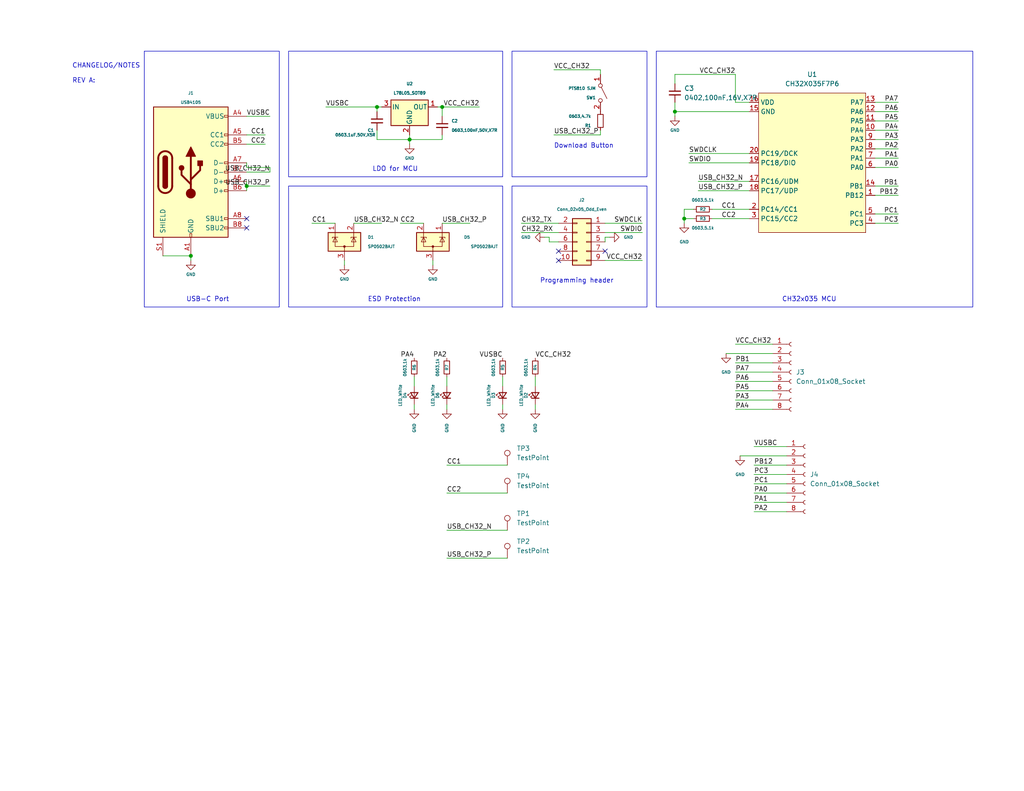
<source format=kicad_sch>
(kicad_sch (version 20230121) (generator eeschema)
  (paper "USLetter")
  (title_block (title "Main"))
  (lib_symbols
    (symbol "Connector:Conn_01x08_Socket" (pin_names (offset 1.016) hide)
      (property "Reference" "J" (at 0 10.16 0))
      (property "Value" "Conn_01x08_Socket" (at 0 -12.7 0))
      (symbol "Conn_01x08_Socket_1_1"
        (arc (start 0 -9.652) (mid -0.5058 -10.16) (end 0 -10.668) (stroke (width 0.1524)))
        (arc (start 0 -7.112) (mid -0.5058 -7.62) (end 0 -8.128) (stroke (width 0.1524)))
        (arc (start 0 -4.572) (mid -0.5058 -5.08) (end 0 -5.588) (stroke (width 0.1524)))
        (arc (start 0 -2.032) (mid -0.5058 -2.54) (end 0 -3.048) (stroke (width 0.1524)))
        (polyline (pts (xy -1.27 -10.16) (xy -0.508 -10.16)) (stroke (width 0.1524)))
        (polyline (pts (xy -1.27 -7.62) (xy -0.508 -7.62)) (stroke (width 0.1524)))
        (polyline (pts (xy -1.27 -5.08) (xy -0.508 -5.08)) (stroke (width 0.1524)))
        (polyline (pts (xy -1.27 -2.54) (xy -0.508 -2.54)) (stroke (width 0.1524)))
        (polyline (pts (xy -1.27 0) (xy -0.508 0)) (stroke (width 0.1524)))
        (polyline (pts (xy -1.27 2.54) (xy -0.508 2.54)) (stroke (width 0.1524)))
        (polyline (pts (xy -1.27 5.08) (xy -0.508 5.08)) (stroke (width 0.1524)))
        (polyline (pts (xy -1.27 7.62) (xy -0.508 7.62)) (stroke (width 0.1524)))
        (arc (start 0 0.508) (mid -0.5058 0) (end 0 -0.508) (stroke (width 0.1524)))
        (arc (start 0 3.048) (mid -0.5058 2.54) (end 0 2.032) (stroke (width 0.1524)))
        (arc (start 0 5.588) (mid -0.5058 5.08) (end 0 4.572) (stroke (width 0.1524)))
        (arc (start 0 8.128) (mid -0.5058 7.62) (end 0 7.112) (stroke (width 0.1524)))
        (pin passive line (at -5.08 7.62 0) (length 3.81) (name "Pin_1") (number "1"))
        (pin passive line (at -5.08 5.08 0) (length 3.81) (name "Pin_2") (number "2"))
        (pin passive line (at -5.08 2.54 0) (length 3.81) (name "Pin_3") (number "3"))
        (pin passive line (at -5.08 0 0) (length 3.81) (name "Pin_4") (number "4"))
        (pin passive line (at -5.08 -2.54 0) (length 3.81) (name "Pin_5") (number "5"))
        (pin passive line (at -5.08 -5.08 0) (length 3.81) (name "Pin_6") (number "6"))
        (pin passive line (at -5.08 -7.62 0) (length 3.81) (name "Pin_7") (number "7"))
        (pin passive line (at -5.08 -10.16 0) (length 3.81) (name "Pin_8") (number "8"))
      )
    )
    (symbol "Connector:TestPoint" (pin_numbers hide) (pin_names (offset 0.762) hide)
      (property "Reference" "TP" (at 0 6.858 0))
      (property "Value" "TestPoint" (at 0 5.08 0))
      (symbol "TestPoint_0_1"
        (circle (center 0 3.302) (radius 0.762))
      )
      (symbol "TestPoint_1_1"
        (pin passive line (at 0 0 90) (length 2.54) (name "1") (number "1"))
      )
    )
    (symbol "Connector:USB_C_Receptacle_USB2.0" (pin_names (offset 1.016))
      (property "Reference" "J" (at -10.16 19.05 0))
      (property "Value" "USB_C_Receptacle_USB2.0" (at 19.05 19.05 0))
      (symbol "USB_C_Receptacle_USB2.0_0_0"
        (rectangle (start -0.254 -17.78) (end 0.254 -16.764))
        (rectangle (start 10.16 -14.986) (end 9.144 -15.494))
        (rectangle (start 10.16 -12.446) (end 9.144 -12.954))
        (rectangle (start 10.16 -4.826) (end 9.144 -5.334))
        (rectangle (start 10.16 -2.286) (end 9.144 -2.794))
        (rectangle (start 10.16 0.254) (end 9.144 -0.254))
        (rectangle (start 10.16 2.794) (end 9.144 2.286))
        (rectangle (start 10.16 7.874) (end 9.144 7.366))
        (rectangle (start 10.16 10.414) (end 9.144 9.906))
        (rectangle (start 10.16 15.494) (end 9.144 14.986))
      )
      (symbol "USB_C_Receptacle_USB2.0_0_1"
        (rectangle (start -10.16 17.78) (end 10.16 -17.78) (stroke (width 0.254)) (fill (type background)))
        (arc (start -8.89 -3.81) (mid -6.985 -5.7067) (end -5.08 -3.81) (stroke (width 0.508)))
        (arc (start -7.62 -3.81) (mid -6.985 -4.4423) (end -6.35 -3.81) (stroke (width 0.254)))
        (arc (start -7.62 -3.81) (mid -6.985 -4.4423) (end -6.35 -3.81) (stroke (width 0.254)) (fill (type outline)))
        (rectangle (start -7.62 -3.81) (end -6.35 3.81) (stroke (width 0.254)) (fill (type outline)))
        (arc (start -6.35 3.81) (mid -6.985 4.4423) (end -7.62 3.81) (stroke (width 0.254)))
        (arc (start -6.35 3.81) (mid -6.985 4.4423) (end -7.62 3.81) (stroke (width 0.254)) (fill (type outline)))
        (arc (start -5.08 3.81) (mid -6.985 5.7067) (end -8.89 3.81) (stroke (width 0.508)))
        (circle (center -2.54 1.143) (radius 0.635) (stroke (width 0.254)) (fill (type outline)))
        (circle (center 0 -5.842) (radius 1.27) (fill (type outline)))
        (polyline (pts (xy -8.89 -3.81) (xy -8.89 3.81)) (stroke (width 0.508)))
        (polyline (pts (xy -5.08 3.81) (xy -5.08 -3.81)) (stroke (width 0.508)))
        (polyline (pts (xy 0 -5.842) (xy 0 4.318)) (stroke (width 0.508)))
        (polyline (pts (xy 0 -3.302) (xy -2.54 -0.762) (xy -2.54 0.508)) (stroke (width 0.508)))
        (polyline (pts (xy 0 -2.032) (xy 2.54 0.508) (xy 2.54 1.778)) (stroke (width 0.508)))
        (polyline (pts (xy -1.27 4.318) (xy 0 6.858) (xy 1.27 4.318) (xy -1.27 4.318)) (stroke (width 0.254)) (fill (type outline)))
        (rectangle (start 1.905 1.778) (end 3.175 3.048) (stroke (width 0.254)) (fill (type outline)))
      )
      (symbol "USB_C_Receptacle_USB2.0_1_1"
        (pin passive line (at 0 -22.86 90) (length 5.08) (name "GND") (number "A1"))
        (pin passive line (at 0 -22.86 90) (length 5.08) hide (name "GND") (number "A12"))
        (pin passive line (at 15.24 15.24 180) (length 5.08) (name "VBUS") (number "A4"))
        (pin bidirectional line (at 15.24 10.16 180) (length 5.08) (name "CC1") (number "A5"))
        (pin bidirectional line (at 15.24 -2.54 180) (length 5.08) (name "D+") (number "A6"))
        (pin bidirectional line (at 15.24 2.54 180) (length 5.08) (name "D-") (number "A7"))
        (pin bidirectional line (at 15.24 -12.7 180) (length 5.08) (name "SBU1") (number "A8"))
        (pin passive line (at 15.24 15.24 180) (length 5.08) hide (name "VBUS") (number "A9"))
        (pin passive line (at 0 -22.86 90) (length 5.08) hide (name "GND") (number "B1"))
        (pin passive line (at 0 -22.86 90) (length 5.08) hide (name "GND") (number "B12"))
        (pin passive line (at 15.24 15.24 180) (length 5.08) hide (name "VBUS") (number "B4"))
        (pin bidirectional line (at 15.24 7.62 180) (length 5.08) (name "CC2") (number "B5"))
        (pin bidirectional line (at 15.24 -5.08 180) (length 5.08) (name "D+") (number "B6"))
        (pin bidirectional line (at 15.24 0 180) (length 5.08) (name "D-") (number "B7"))
        (pin bidirectional line (at 15.24 -15.24 180) (length 5.08) (name "SBU2") (number "B8"))
        (pin passive line (at 15.24 15.24 180) (length 5.08) hide (name "VBUS") (number "B9"))
        (pin passive line (at -7.62 -22.86 90) (length 5.08) (name "SHIELD") (number "S1"))
      )
    )
    (symbol "Connector_Generic:Conn_02x05_Odd_Even" (pin_names (offset 1.016) hide)
      (property "Reference" "J" (at 1.27 7.62 0))
      (property "Value" "Conn_02x05_Odd_Even" (at 1.27 -7.62 0))
      (symbol "Conn_02x05_Odd_Even_1_1"
        (rectangle (start -1.27 -4.953) (end 0 -5.207) (stroke (width 0.1524)))
        (rectangle (start -1.27 -2.413) (end 0 -2.667) (stroke (width 0.1524)))
        (rectangle (start -1.27 0.127) (end 0 -0.127) (stroke (width 0.1524)))
        (rectangle (start -1.27 2.667) (end 0 2.413) (stroke (width 0.1524)))
        (rectangle (start -1.27 5.207) (end 0 4.953) (stroke (width 0.1524)))
        (rectangle (start -1.27 6.35) (end 3.81 -6.35) (stroke (width 0.254)) (fill (type background)))
        (rectangle (start 3.81 -4.953) (end 2.54 -5.207) (stroke (width 0.1524)))
        (rectangle (start 3.81 -2.413) (end 2.54 -2.667) (stroke (width 0.1524)))
        (rectangle (start 3.81 0.127) (end 2.54 -0.127) (stroke (width 0.1524)))
        (rectangle (start 3.81 2.667) (end 2.54 2.413) (stroke (width 0.1524)))
        (rectangle (start 3.81 5.207) (end 2.54 4.953) (stroke (width 0.1524)))
        (pin passive line (at -5.08 5.08 0) (length 3.81) (name "Pin_1") (number "1"))
        (pin passive line (at 7.62 -5.08 180) (length 3.81) (name "Pin_10") (number "10"))
        (pin passive line (at 7.62 5.08 180) (length 3.81) (name "Pin_2") (number "2"))
        (pin passive line (at -5.08 2.54 0) (length 3.81) (name "Pin_3") (number "3"))
        (pin passive line (at 7.62 2.54 180) (length 3.81) (name "Pin_4") (number "4"))
        (pin passive line (at -5.08 0 0) (length 3.81) (name "Pin_5") (number "5"))
        (pin passive line (at 7.62 0 180) (length 3.81) (name "Pin_6") (number "6"))
        (pin passive line (at -5.08 -2.54 0) (length 3.81) (name "Pin_7") (number "7"))
        (pin passive line (at 7.62 -2.54 180) (length 3.81) (name "Pin_8") (number "8"))
        (pin passive line (at -5.08 -5.08 0) (length 3.81) (name "Pin_9") (number "9"))
      )
    )
    (symbol "Power_Protection:SP0502BAJT" (pin_names hide)
      (property "Reference" "D" (at 5.715 2.54 0))
      (property "Value" "SP0502BAJT" (at 5.715 0.635 0))
      (symbol "SP0502BAJT_0_0"
        (pin passive line (at 0 -5.08 90) (length 2.54) (name "A") (number "3"))
      )
      (symbol "SP0502BAJT_0_1"
        (rectangle (start -4.445 2.54) (end 4.445 -2.54) (stroke (width 0.254)) (fill (type background)))
        (circle (center 0 -1.27) (radius 0.254) (fill (type outline)))
        (polyline (pts (xy -2.54 2.54) (xy -2.54 1.27)))
        (polyline (pts (xy 0 -1.27) (xy 0 -2.54)))
        (polyline (pts (xy 2.54 2.54) (xy 2.54 1.27)))
        (polyline (pts (xy -3.302 1.016) (xy -3.302 1.27) (xy -1.905 1.27) (xy -1.778 1.27)))
        (polyline (pts (xy -2.54 1.27) (xy -2.54 -1.27) (xy 2.54 -1.27) (xy 2.54 1.27)))
        (polyline (pts (xy -2.54 1.27) (xy -1.905 0) (xy -3.175 0) (xy -2.54 1.27)))
        (polyline (pts (xy 1.778 1.016) (xy 1.778 1.27) (xy 3.175 1.27) (xy 3.302 1.27)))
        (polyline (pts (xy 2.54 1.27) (xy 1.905 0) (xy 3.175 0) (xy 2.54 1.27)))
      )
      (symbol "SP0502BAJT_1_1"
        (pin passive line (at -2.54 5.08 270) (length 2.54) (name "K") (number "1"))
        (pin passive line (at 2.54 5.08 270) (length 2.54) (name "K") (number "2"))
      )
    )
    (symbol "Regulator_Linear:L78L05_SOT89" (pin_names (offset 0.254))
      (property "Reference" "U" (at -3.81 3.175 0))
      (property "Value" "L78L05_SOT89" (at -0.635 3.175 0))
      (symbol "L78L05_SOT89_0_1"
        (rectangle (start -5.08 1.905) (end 5.08 -5.08) (stroke (width 0.254)) (fill (type background)))
      )
      (symbol "L78L05_SOT89_1_1"
        (pin power_out line (at 7.62 0 180) (length 2.54) (name "OUT") (number "1"))
        (pin power_in line (at 0 -7.62 90) (length 2.54) (name "GND") (number "2"))
        (pin power_in line (at -7.62 0 0) (length 2.54) (name "IN") (number "3"))
      )
    )
    (symbol "Switch:SW_SPST" (pin_names (offset 0) hide)
      (property "Reference" "SW" (at 0 3.175 0))
      (property "Value" "SW_SPST" (at 0 -2.54 0))
      (symbol "SW_SPST_0_0"
        (circle (center -2.032 0) (radius 0.508))
        (polyline (pts (xy -1.524 0.254) (xy 1.524 1.778)))
        (circle (center 2.032 0) (radius 0.508))
      )
      (symbol "SW_SPST_1_1"
        (pin passive line (at -5.08 0 0) (length 2.54) (name "A") (number "1"))
        (pin passive line (at 5.08 0 180) (length 2.54) (name "B") (number "2"))
      )
    )
    (symbol "WS_LCSC_ICs:CH32X035F7P6"
      (property "Reference" "U" (at -2.54 3.81 0))
      (property "Value" "CH32X035F7P6" (at 0 1.27 0))
      (symbol "CH32X035F7P6_0_0"
        (pin unspecified line (at 17.78 -10.16 180) (length 2.54) (name "PA4") (number "10"))
        (pin unspecified line (at 17.78 -7.62 180) (length 2.54) (name "PA5") (number "11"))
        (pin unspecified line (at 17.78 -5.08 180) (length 2.54) (name "PA6") (number "12"))
        (pin unspecified line (at 17.78 -2.54 180) (length 2.54) (name "PA7") (number "13"))
        (pin unspecified line (at 17.78 -25.4 180) (length 2.54) (name "PB1") (number "14"))
        (pin unspecified line (at -16.51 -24.13 0) (length 2.54) (name "PC16/UDM") (number "17"))
        (pin unspecified line (at -16.51 -26.67 0) (length 2.54) (name "PC17/UDP") (number "18"))
        (pin unspecified line (at -16.51 -19.05 0) (length 2.54) (name "PC18/DIO") (number "19"))
        (pin unspecified line (at -16.51 -31.75 0) (length 2.54) (name "PC14/CC1") (number "2"))
        (pin unspecified line (at -16.51 -16.51 0) (length 2.54) (name "PC19/DCK") (number "20"))
        (pin unspecified line (at -16.51 -34.29 0) (length 2.54) (name "PC15/CC2") (number "3"))
        (pin unspecified line (at 17.78 -35.56 180) (length 2.54) (name "PC3") (number "4"))
        (pin unspecified line (at 17.78 -20.32 180) (length 2.54) (name "PA0") (number "6"))
        (pin unspecified line (at 17.78 -17.78 180) (length 2.54) (name "PA1") (number "7"))
        (pin unspecified line (at 17.78 -15.24 180) (length 2.54) (name "PA2") (number "8"))
        (pin unspecified line (at 17.78 -12.7 180) (length 2.54) (name "PA3") (number "9"))
      )
      (symbol "CH32X035F7P6_1_0"
        (pin unspecified line (at 17.78 -27.94 180) (length 2.54) (name "PB12") (number "1"))
        (pin unspecified line (at -16.51 -5.08 0) (length 2.54) (name "GND") (number "15"))
        (pin unspecified line (at -16.51 -2.54 0) (length 2.54) (name "VDD") (number "16"))
        (pin unspecified line (at 17.78 -33.02 180) (length 2.54) (name "PC1") (number "5"))
      )
      (symbol "CH32X035F7P6_1_1"
        (rectangle (start -13.97 0) (end 15.24 -38.1) (fill (type background)))
      )
    )
    (symbol "WS_LCSC_Optoelectronics:LED_Blue" (pin_numbers hide) (pin_names (offset 0.254) hide)
      (property "Reference" "D" (at -1.27 3.175 0))
      (property "Value" "LED_Blue" (at -4.445 -2.54 0))
      (property "LCSC" "C72041" (at 0 0 0))
      (symbol "LED_Blue_0_1"
        (polyline (pts (xy -0.762 -1.016) (xy -0.762 1.016)) (stroke (width 0.254)))
        (polyline (pts (xy 1.016 0) (xy -0.762 0)))
        (polyline (pts (xy 0.762 -1.016) (xy -0.762 0) (xy 0.762 1.016) (xy 0.762 -1.016)) (stroke (width 0.254)))
        (polyline (pts (xy 0 0.762) (xy -0.508 1.27) (xy -0.254 1.27) (xy -0.508 1.27) (xy -0.508 1.016)))
        (polyline (pts (xy 0.508 1.27) (xy 0 1.778) (xy 0.254 1.778) (xy 0 1.778) (xy 0 1.524)))
      )
      (symbol "LED_Blue_1_1"
        (pin passive line (at -2.54 0 0) (length 1.778) (name "K") (number "1"))
        (pin passive line (at 2.54 0 180) (length 1.778) (name "A") (number "2"))
      )
    )
    (symbol "jlcpcb-basic-capacitor:0402,100nF,16V,X7R "
      (property "Reference" "C" (at 1.71 0.508 0))
      (property "Value" "0402,100nF,16V,X7R " (at 1.71 -1.016 0))
      (symbol "0402,100nF,16V,X7R _0_0"
        (polyline (pts (xy -1.524 -0.508) (xy 1.524 -0.508)) (stroke (width 0.3048)))
        (polyline (pts (xy -1.524 0.508) (xy 1.524 0.508)) (stroke (width 0.3048)))
        (pin passive line (at 0 2.54 270) (length 2.032) (name "~") (number "1"))
        (pin passive line (at 0 -2.54 90) (length 2.032) (name "~") (number "2"))
      )
    )
    (symbol "jlcpcb-basic-capacitor:0603,1uF,50V,X5R "
      (property "Reference" "C" (at 1.71 0.508 0))
      (property "Value" "0603,1uF,50V,X5R " (at 1.71 -1.016 0))
      (symbol "0603,1uF,50V,X5R _0_0"
        (polyline (pts (xy -1.524 -0.508) (xy 1.524 -0.508)) (stroke (width 0.3048)))
        (polyline (pts (xy -1.524 0.508) (xy 1.524 0.508)) (stroke (width 0.3048)))
        (pin passive line (at 0 2.54 270) (length 2.032) (name "~") (number "1"))
        (pin passive line (at 0 -2.54 90) (length 2.032) (name "~") (number "2"))
      )
    )
    (symbol "jlcpcb-basic-resistor:0402,1k"
      (property "Reference" "R" (at 0.762 0.508 0))
      (property "Value" "0402,1k" (at 0.762 -1.016 0))
      (symbol "0402,1k_0_0"
        (rectangle (start -0.762 1.778) (end 0.762 -1.778) (stroke (width 0.2032)))
        (pin passive line (at 0 2.54 270) (length 0.762) (name "~") (number "1"))
        (pin passive line (at 0 -2.54 90) (length 0.762) (name "~") (number "2"))
      )
    )
    (symbol "jlcpcb-basic-resistor:0402,5.1k"
      (property "Reference" "R" (at 0.762 0.508 0))
      (property "Value" "0402,5.1k" (at 0.762 -1.016 0))
      (symbol "0402,5.1k_0_0"
        (rectangle (start -0.762 1.778) (end 0.762 -1.778) (stroke (width 0.2032)))
        (pin passive line (at 0 2.54 270) (length 0.762) (name "~") (number "1"))
        (pin passive line (at 0 -2.54 90) (length 0.762) (name "~") (number "2"))
      )
    )
    (symbol "jlcpcb-basic-resistor:0603,4.7k"
      (property "Reference" "R" (at 0.762 0.508 0))
      (property "Value" "0603,4.7k" (at 0.762 -1.016 0))
      (symbol "0603,4.7k_0_0"
        (rectangle (start -0.762 1.778) (end 0.762 -1.778) (stroke (width 0.2032)))
        (pin passive line (at 0 2.54 270) (length 0.762) (name "~") (number "1"))
        (pin passive line (at 0 -2.54 90) (length 0.762) (name "~") (number "2"))
      )
    )
    (symbol "power:GND" (power) (pin_names (offset 0))
      (property "Value" "GND" (at 0 -3.81 0))
      (symbol "GND_0_1"
        (polyline (pts (xy 0 0) (xy 0 -1.27) (xy 1.27 -1.27) (xy 0 -2.54) (xy -1.27 -1.27) (xy 0 -1.27)))
      )
      (symbol "GND_1_1"
        (pin power_in line (at 0 0 270) (length 0) hide (name "GND") (number "1"))
      )
    )
  )
  (junction (at 102.87 29.21))
  (junction (at 67.31 50.8))
  (junction (at 111.76 38.1))
  (junction (at 120.65 29.21))
  (junction (at 184.15 30.48))
  (junction (at 186.69 59.69))
  (junction (at 52.07 69.85))
  (no_connect (at 165.1 68.58))
  (no_connect (at 152.4 68.58))
  (no_connect (at 67.31 59.69))
  (no_connect (at 152.4 71.12))
  (no_connect (at 67.31 62.23))
  (wire (pts (xy 205.74 139.7) (xy 214.63 139.7)))
  (wire (pts (xy 194.31 59.69) (xy 204.47 59.69)))
  (wire (pts (xy 245.11 30.48) (xy 238.76 30.48)))
  (wire (pts (xy 163.83 36.83) (xy 163.83 35.56)))
  (wire (pts (xy 204.47 49.53) (xy 190.5 49.53)))
  (wire (pts (xy 121.92 127) (xy 138.43 127)))
  (wire (pts (xy 189.23 57.15) (xy 186.69 57.15)))
  (wire (pts (xy 120.65 29.21) (xy 119.38 29.21)))
  (wire (pts (xy 121.92 144.78) (xy 138.43 144.78)))
  (wire (pts (xy 118.11 72.39) (xy 118.11 71.12)))
  (wire (pts (xy 113.03 102.87) (xy 113.03 105.41)))
  (wire (pts (xy 121.92 134.62) (xy 138.43 134.62)))
  (wire (pts (xy 245.11 45.72) (xy 238.76 45.72)))
  (wire (pts (xy 200.66 27.94) (xy 204.47 27.94)))
  (wire (pts (xy 120.65 36.83) (xy 120.65 38.1)))
  (wire (pts (xy 200.66 109.22) (xy 210.82 109.22)))
  (wire (pts (xy 67.31 31.75) (xy 73.66 31.75)))
  (wire (pts (xy 102.87 38.1) (xy 111.76 38.1)))
  (wire (pts (xy 187.96 41.91) (xy 204.47 41.91)))
  (wire (pts (xy 200.66 101.6) (xy 210.82 101.6)))
  (wire (pts (xy 245.11 40.64) (xy 238.76 40.64)))
  (wire (pts (xy 184.15 30.48) (xy 204.47 30.48)))
  (wire (pts (xy 121.92 152.4) (xy 138.43 152.4)))
  (wire (pts (xy 184.15 20.32) (xy 184.15 22.86)))
  (wire (pts (xy 142.24 63.5) (xy 152.4 63.5)))
  (wire (pts (xy 67.31 52.07) (xy 67.31 50.8)))
  (wire (pts (xy 72.39 36.83) (xy 67.31 36.83)))
  (wire (pts (xy 120.65 60.96) (xy 128.27 60.96)))
  (wire (pts (xy 67.31 50.8) (xy 67.31 49.53)))
  (wire (pts (xy 137.16 110.49) (xy 137.16 111.76)))
  (wire (pts (xy 109.22 60.96) (xy 115.57 60.96)))
  (wire (pts (xy 120.65 29.21) (xy 130.81 29.21)))
  (wire (pts (xy 73.66 46.99) (xy 67.31 46.99)))
  (wire (pts (xy 111.76 38.1) (xy 120.65 38.1)))
  (wire (pts (xy 67.31 45.72) (xy 67.31 44.45)))
  (wire (pts (xy 151.13 36.83) (xy 163.83 36.83)))
  (wire (pts (xy 245.11 60.96) (xy 238.76 60.96)))
  (wire (pts (xy 200.66 106.68) (xy 210.82 106.68)))
  (wire (pts (xy 186.69 60.96) (xy 186.69 59.69)))
  (wire (pts (xy 205.74 129.54) (xy 214.63 129.54)))
  (wire (pts (xy 184.15 20.32) (xy 200.66 20.32)))
  (wire (pts (xy 184.15 27.94) (xy 184.15 30.48)))
  (wire (pts (xy 200.66 99.06) (xy 210.82 99.06)))
  (wire (pts (xy 201.93 124.46) (xy 214.63 124.46)))
  (wire (pts (xy 165.1 64.77) (xy 165.1 66.04)))
  (wire (pts (xy 163.83 19.05) (xy 163.83 20.32)))
  (wire (pts (xy 111.76 38.1) (xy 111.76 36.83)))
  (wire (pts (xy 245.11 53.34) (xy 238.76 53.34)))
  (wire (pts (xy 111.76 38.1) (xy 111.76 39.37)))
  (wire (pts (xy 245.11 27.94) (xy 238.76 27.94)))
  (wire (pts (xy 245.11 50.8) (xy 238.76 50.8)))
  (wire (pts (xy 205.74 134.62) (xy 214.63 134.62)))
  (wire (pts (xy 184.15 30.48) (xy 184.15 31.75)))
  (wire (pts (xy 67.31 50.8) (xy 73.66 50.8)))
  (wire (pts (xy 194.31 57.15) (xy 204.47 57.15)))
  (wire (pts (xy 198.12 96.52) (xy 210.82 96.52)))
  (wire (pts (xy 245.11 38.1) (xy 238.76 38.1)))
  (wire (pts (xy 165.1 63.5) (xy 175.26 63.5)))
  (wire (pts (xy 165.1 71.12) (xy 175.26 71.12)))
  (wire (pts (xy 120.65 31.75) (xy 120.65 29.21)))
  (wire (pts (xy 245.11 35.56) (xy 238.76 35.56)))
  (wire (pts (xy 113.03 110.49) (xy 113.03 111.76)))
  (wire (pts (xy 73.66 46.99) (xy 73.66 45.72)))
  (wire (pts (xy 205.74 121.92) (xy 214.63 121.92)))
  (wire (pts (xy 245.11 33.02) (xy 238.76 33.02)))
  (wire (pts (xy 200.66 20.32) (xy 200.66 27.94)))
  (wire (pts (xy 200.66 104.14) (xy 210.82 104.14)))
  (wire (pts (xy 93.98 72.39) (xy 93.98 71.12)))
  (wire (pts (xy 149.86 66.04) (xy 152.4 66.04)))
  (wire (pts (xy 200.66 111.76) (xy 210.82 111.76)))
  (wire (pts (xy 96.52 60.96) (xy 104.14 60.96)))
  (wire (pts (xy 146.05 110.49) (xy 146.05 111.76)))
  (wire (pts (xy 187.96 44.45) (xy 204.47 44.45)))
  (wire (pts (xy 165.1 60.96) (xy 175.26 60.96)))
  (wire (pts (xy 142.24 60.96) (xy 152.4 60.96)))
  (wire (pts (xy 73.66 45.72) (xy 67.31 45.72)))
  (wire (pts (xy 245.11 58.42) (xy 238.76 58.42)))
  (wire (pts (xy 72.39 39.37) (xy 67.31 39.37)))
  (wire (pts (xy 186.69 59.69) (xy 189.23 59.69)))
  (wire (pts (xy 102.87 29.21) (xy 104.14 29.21)))
  (wire (pts (xy 151.13 19.05) (xy 163.83 19.05)))
  (wire (pts (xy 148.59 64.77) (xy 149.86 64.77)))
  (wire (pts (xy 186.69 57.15) (xy 186.69 59.69)))
  (wire (pts (xy 102.87 35.56) (xy 102.87 38.1)))
  (wire (pts (xy 137.16 102.87) (xy 137.16 105.41)))
  (wire (pts (xy 200.66 93.98) (xy 210.82 93.98)))
  (wire (pts (xy 149.86 64.77) (xy 149.86 66.04)))
  (wire (pts (xy 205.74 137.16) (xy 214.63 137.16)))
  (wire (pts (xy 205.74 132.08) (xy 214.63 132.08)))
  (wire (pts (xy 85.09 60.96) (xy 91.44 60.96)))
  (wire (pts (xy 204.47 52.07) (xy 190.5 52.07)))
  (wire (pts (xy 44.45 69.85) (xy 52.07 69.85)))
  (wire (pts (xy 52.07 69.85) (xy 52.07 71.12)))
  (wire (pts (xy 102.87 29.21) (xy 102.87 30.48)))
  (wire (pts (xy 88.9 29.21) (xy 102.87 29.21)))
  (wire (pts (xy 121.92 102.87) (xy 121.92 105.41)))
  (wire (pts (xy 146.05 102.87) (xy 146.05 105.41)))
  (wire (pts (xy 121.92 110.49) (xy 121.92 111.76)))
  (wire (pts (xy 205.74 127) (xy 214.63 127)))
  (wire (pts (xy 245.11 43.18) (xy 238.76 43.18)))
  (wire (pts (xy 166.37 64.77) (xy 165.1 64.77)))
  (rectangle (start 139.7 50.8) (end 176.53 83.82))
  (rectangle (start 78.74 13.97) (end 137.16 48.26))
  (rectangle (start 139.7 13.97) (end 176.53 48.26))
  (rectangle (start 39.37 13.97) (end 76.2 83.82))
  (rectangle (start 78.74 50.8) (end 137.16 83.82))
  (rectangle (start 179.07 13.97) (end 265.43 83.82))
  (text "ESD Protection\n" (at 100.33 82.55 0) (effects (font (size 1.27 1.27)) (justify left bottom)))
  (text "LDO for MCU" (at 101.6 46.99 0) (effects (font (size 1.27 1.27)) (justify left bottom)))
  (text "USB-C Port\n" (at 50.8 82.55 0) (effects (font (size 1.27 1.27)) (justify left bottom)))
  (text "CH32x035 MCU\n" (at 213.36 82.55 0) (effects (font (size 1.27 1.27)) (justify left bottom)))
  (text "Programming header" (at 147.32 77.47 0) (effects (font (size 1.27 1.27)) (justify left bottom)))
  (text "Download Button\n" (at 151.13 40.64 0) (effects (font (size 1.27 1.27)) (justify left bottom)))
  (text "CHANGELOG/NOTES\n\nREV A: " (at 19.685 22.86 0) (effects (font (size 1.27 1.27)) (justify left bottom)))
  (label "VUSBC" (at 73.66 31.75 180))
  (label "SWDCLK" (at 175.26 60.96 180))
  (label "PB12" (at 205.74 127 0))
  (label "CC2" (at 109.22 60.96 0))
  (label "VCC_CH32" (at 175.26 71.12 180))
  (label "VUSBC" (at 137.16 97.79 180))
  (label "CC1" (at 85.09 60.96 0))
  (label "CH32_TX" (at 142.24 60.96 0))
  (label "PA0" (at 205.74 134.62 0))
  (label "PA2" (at 245.11 40.64 180))
  (label "PA2" (at 121.92 97.79 180))
  (label "VCC_CH32" (at 130.81 29.21 180))
  (label "USB_CH32_N" (at 96.52 60.96 0))
  (label "PA2" (at 205.74 139.7 0))
  (label "PB1" (at 200.66 99.06 0))
  (label "CC2" (at 72.39 39.37 180))
  (label "VCC_CH32" (at 200.66 93.98 0))
  (label "CC2" (at 121.92 134.62 0))
  (label "USB_CH32_N" (at 190.5 49.53 0))
  (label "PC3" (at 245.11 60.96 180))
  (label "VUSBC" (at 205.74 121.92 0))
  (label "VCC_CH32" (at 146.05 97.79 0))
  (label "USB_CH32_N" (at 73.66 46.99 180))
  (label "CH32_RX" (at 142.24 63.5 0))
  (label "USB_CH32_P" (at 120.65 60.96 0))
  (label "PA3" (at 245.11 38.1 180))
  (label "PA6" (at 200.66 104.14 0))
  (label "PA7" (at 245.11 27.94 180))
  (label "PA5" (at 200.66 106.68 0))
  (label "PA3" (at 200.66 109.22 0))
  (label "SWDIO" (at 187.96 44.45 0))
  (label "PC3" (at 205.74 129.54 0))
  (label "VCC_CH32" (at 200.66 20.32 180))
  (label "PB12" (at 245.11 53.34 180))
  (label "CC1" (at 196.85 57.15 0))
  (label "USB_CH32_P" (at 73.66 50.8 180))
  (label "VUSBC" (at 88.9 29.21 0))
  (label "PC1" (at 205.74 132.08 0))
  (label "CC1" (at 121.92 127 0))
  (label "PB1" (at 245.11 50.8 180))
  (label "CC2" (at 196.85 59.69 0))
  (label "CC1" (at 72.39 36.83 180))
  (label "PA7" (at 200.66 101.6 0))
  (label "VCC_CH32" (at 151.13 19.05 0))
  (label "PA6" (at 245.11 30.48 180))
  (label "USB_CH32_P" (at 121.92 152.4 0))
  (label "USB_CH32_P" (at 190.5 52.07 0))
  (label "SWDIO" (at 175.26 63.5 180))
  (label "PA0" (at 245.11 45.72 180))
  (label "SWDCLK" (at 187.96 41.91 0))
  (label "PA4" (at 245.11 35.56 180))
  (label "PA4" (at 113.03 97.79 180))
  (label "USB_CH32_N" (at 121.92 144.78 0))
  (label "USB_CH32_P" (at 151.13 36.83 0))
  (label "PA1" (at 205.74 137.16 0))
  (label "PA1" (at 245.11 43.18 180))
  (label "PC1" (at 245.11 58.42 180))
  (label "PA4" (at 200.66 111.76 0))
  (label "PA5" (at 245.11 33.02 180))
  (symbol (lib_id "jlcpcb-basic-capacitor:0603,1uF,50V,X5R ") (at 102.87 33.02 0) (unit 1)
    (property "Reference" "C1" (at 100.33 35.56 0) (effects (font (size 0.8 0.8)) (justify left)))
    (property "Value" "0603,1uF,50V,X5R " (at 91.44 36.83 0) (effects (font (size 0.8 0.8)) (justify left)))
    (property "Footprint" "Capacitor_SMD:C_0603_1608Metric" (effects hide))
    (property "Datasheet" "https://datasheet.lcsc.com/lcsc/1810261812_Samsung-Electro-Mechanics-CL10A105KB8NNNC_C15849.pdf" (effects hide))
    (property "LCSC" "C15849" (effects hide))
    (property "MFG" "Samsung Electro-Mechanics" (effects hide))
    (property "MFGPN" "CL10A105KB8NNNC" (effects hide))
  )
  (symbol (lib_id "Connector_Generic:Conn_02x05_Odd_Even") (at 160.02 66.04 0) (mirror y) (unit 1)
    (property "Reference" "J2" (at 158.75 54.61 0) (effects (font (size 0.8 0.8))))
    (property "Value" "Conn_02x05_Odd_Even" (at 158.75 57.15 0) (effects (font (size 0.8 0.8))))
    (property "Footprint" "Connector_PinSocket_2.54mm:PinSocket_2x05_P2.54mm_Vertical" (effects hide))
  )
  (symbol (lib_id "Regulator_Linear:L78L05_SOT89") (at 111.76 29.21 0) (unit 1)
    (property "Reference" "U2" (at 111.76 22.86 0) (effects (font (size 0.8 0.8))))
    (property "Value" "L78L05_SOT89" (at 111.76 25.4 0) (effects (font (size 0.8 0.8))))
    (property "Footprint" "Package_TO_SOT_SMD:SOT-89-3" (effects hide))
    (property "Datasheet" "http://www.st.com/content/ccc/resource/technical/document/datasheet/15/55/e5/aa/23/5b/43/fd/CD00000446.pdf/files/CD00000446.pdf/jcr:content/translations/en.CD00000446.pdf" (effects hide))
    (property "LCSC" "C181132" (effects hide))
  )
  (symbol (lib_id "power:GND") (at 121.92 111.76 0) (unit 1)
    (property "Reference" "#PWR014" (effects hide))
    (property "Value" "GND" (at 121.92 115.57 90) (effects (font (size 0.8 0.8)) (justify right)))
  )
  (symbol (lib_id "power:GND") (at 184.15 31.75 0) (unit 1)
    (property "Reference" "#PWR08" (effects hide))
    (property "Value" "GND" (at 184.15 35.56 0) (effects (font (size 0.8 0.8))))
  )
  (symbol (lib_id "power:GND") (at 113.03 111.76 0) (unit 1)
    (property "Reference" "#PWR013" (effects hide))
    (property "Value" "GND" (at 113.03 115.57 90) (effects (font (size 0.8 0.8)) (justify right)))
  )
  (symbol (lib_id "jlcpcb-basic-capacitor:0402,100nF,16V,X7R ") (at 120.65 34.29 0) (unit 1)
    (property "Reference" "C2" (at 123.19 33.02 0) (effects (font (size 0.8 0.8)) (justify left)))
    (property "Value" "0603,100nF,50V,X7R " (at 123.19 35.56 0) (effects (font (size 0.8 0.8)) (justify left)))
    (property "Footprint" "Capacitor_SMD:C_0603_1608Metric" (effects hide))
    (property "Datasheet" "https://datasheet.lcsc.com/lcsc/1809301912_YAGEO-CC0603KRX7R9BB104_C14663.pdf" (effects hide))
    (property "LCSC" "C14663" (effects hide))
    (property "MFG" "YAGEO" (effects hide))
    (property "MFGPN" "CC0603KRX7R9BB104" (effects hide))
  )
  (symbol (lib_id "power:GND") (at 93.98 72.39 0) (unit 1)
    (property "Reference" "#PWR03" (effects hide))
    (property "Value" "GND" (at 93.98 76.2 0) (effects (font (size 0.8 0.8))))
  )
  (symbol (lib_id "Connector:USB_C_Receptacle_USB2.0") (at 52.07 46.99 0) (unit 1)
    (property "Reference" "J1" (at 52.07 25.4 0) (effects (font (size 0.8 0.8))))
    (property "Value" "USB4105" (at 52.07 27.94 0) (effects (font (size 0.8 0.8))))
    (property "Footprint" "Connector_USB:USB_C_Receptacle_GCT_USB4105-xx-A_16P_TopMnt_Horizontal" (effects hide))
    (property "Datasheet" "https://www.usb.org/sites/default/files/documents/usb_type-c.zip" (effects hide))
    (property "LCSC" "C2927037" (effects hide))
  )
  (symbol (lib_id "power:GND") (at 118.11 72.39 0) (unit 1)
    (property "Reference" "#PWR05" (effects hide))
    (property "Value" "GND" (at 118.11 76.2 0) (effects (font (size 0.8 0.8))))
  )
  (symbol (lib_id "power:GND") (at 137.16 111.76 0) (unit 1)
    (property "Reference" "#PWR012" (effects hide))
    (property "Value" "GND" (at 137.16 115.57 90) (effects (font (size 0.8 0.8)) (justify right)))
  )
  (symbol (lib_id "WS_LCSC_ICs:CH32X035F7P6") (at 220.98 25.4 0) (unit 1)
    (property "Reference" "U1" (at 221.615 20.32 0))
    (property "Value" "CH32X035F7P6" (at 221.615 22.86 0))
    (property "Footprint" "Package_SO:TSSOP-20_4.4x6.5mm_P0.65mm" (effects hide))
  )
  (symbol (lib_id "jlcpcb-basic-resistor:0402,1k") (at 137.16 100.33 0) (unit 1)
    (property "Reference" "R5" (at 137.16 100.33 90) (effects (font (size 0.8 0.8))))
    (property "Value" "0603,1k" (at 134.62 100.33 90) (effects (font (size 0.8 0.8))))
    (property "Footprint" "Resistor_SMD:R_0603_1608Metric" (effects hide))
    (property "Datasheet" "https://datasheet.lcsc.com/lcsc/2110252030_UNI-ROYAL-Uniroyal-Elec-0603WAF1001T5E_C21190.pdf" (effects hide))
    (property "LCSC" "C21190" (effects hide))
    (property "MFG" "UNI-ROYAL(Uniroyal Elec)" (effects hide))
    (property "MFGPN" "0603WAF1001T5E" (effects hide))
  )
  (symbol (lib_id "power:GND") (at 146.05 111.76 0) (unit 1)
    (property "Reference" "#PWR011" (effects hide))
    (property "Value" "GND" (at 146.05 115.57 90) (effects (font (size 0.8 0.8)) (justify right)))
  )
  (symbol (lib_id "power:GND") (at 166.37 64.77 90) (unit 1)
    (property "Reference" "#PWR07" (effects hide))
    (property "Value" "GND" (at 170.18 64.77 90) (effects (font (size 0.8 0.8)) (justify right)))
  )
  (symbol (lib_id "jlcpcb-basic-resistor:0402,5.1k") (at 191.77 59.69 90) (unit 1)
    (property "Reference" "R3" (at 191.77 59.69 90) (effects (font (size 0.8 0.8))))
    (property "Value" "0603,5.1k" (at 191.77 62.23 90) (effects (font (size 0.8 0.8))))
    (property "Footprint" "Resistor_SMD:R_0603_1608Metric" (effects hide))
    (property "Datasheet" "https://datasheet.lcsc.com/lcsc/2110252130_UNI-ROYAL-Uniroyal-Elec-0603WAF5101T5E_C23186.pdf" (effects hide))
    (property "LCSC" "C23186" (effects hide))
    (property "MFG" "UNI-ROYAL(Uniroyal Elec)" (effects hide))
    (property "MFGPN" "0603WAF5101T5E" (effects hide))
  )
  (symbol (lib_id "Connector:Conn_01x08_Socket") (at 215.9 101.6 0) (unit 1)
    (property "Reference" "J3" (at 217.17 101.6 0) (effects (justify left)))
    (property "Value" "Conn_01x08_Socket" (at 217.17 104.14 0) (effects (justify left)))
    (property "Footprint" "Connector_PinSocket_2.54mm:PinSocket_1x08_P2.54mm_Vertical" (effects hide))
  )
  (symbol (lib_id "WS_LCSC_Optoelectronics:LED_Blue") (at 121.92 107.95 90) (unit 1)
    (property "Reference" "D6" (at 119.38 107.95 0) (effects (font (size 0.8 0.8))))
    (property "Value" "LED_White" (at 118.11 107.95 0) (effects (font (size 0.8 0.8))))
    (property "Footprint" "LED_SMD:LED_0603_1608Metric" (effects hide))
    (property "LCSC" "C2290" (effects hide))
  )
  (symbol (lib_id "WS_LCSC_Optoelectronics:LED_Blue") (at 113.03 107.95 90) (unit 1)
    (property "Reference" "D4" (at 110.49 107.95 0) (effects (font (size 0.8 0.8))))
    (property "Value" "LED_White" (at 109.22 107.95 0) (effects (font (size 0.8 0.8))))
    (property "Footprint" "LED_SMD:LED_0603_1608Metric" (effects hide))
    (property "LCSC" "C2290" (effects hide))
  )
  (symbol (lib_id "power:GND") (at 52.07 71.12 0) (unit 1)
    (property "Reference" "#PWR02" (effects hide))
    (property "Value" "GND" (at 52.07 74.93 0) (effects (font (size 0.8 0.8))))
  )
  (symbol (lib_id "Connector:Conn_01x08_Socket") (at 219.71 129.54 0) (unit 1)
    (property "Reference" "J4" (at 220.98 129.54 0) (effects (justify left)))
    (property "Value" "Conn_01x08_Socket" (at 220.98 132.08 0) (effects (justify left)))
    (property "Footprint" "Connector_PinSocket_2.54mm:PinSocket_1x08_P2.54mm_Vertical" (effects hide))
  )
  (symbol (lib_id "Connector:TestPoint") (at 138.43 152.4 0) (unit 1)
    (property "Reference" "TP2" (at 140.97 147.828 0) (effects (justify left)))
    (property "Value" "TestPoint" (at 140.97 150.368 0) (effects (justify left)))
    (property "Footprint" "TestPoint:TestPoint_Pad_1.0x1.0mm" (effects hide))
  )
  (symbol (lib_id "power:GND") (at 198.12 96.52 0) (unit 1)
    (property "Reference" "#PWR01" (effects hide))
    (property "Value" "GND" (at 198.12 101.6 0) (effects (font (size 0.8 0.8))))
  )
  (symbol (lib_id "power:GND") (at 148.59 64.77 270) (unit 1)
    (property "Reference" "#PWR06" (effects hide))
    (property "Value" "GND" (at 144.78 64.77 90) (effects (font (size 0.8 0.8)) (justify right)))
  )
  (symbol (lib_id "jlcpcb-basic-resistor:0603,4.7k") (at 163.83 33.02 180) (unit 1)
    (property "Reference" "R1" (at 161.29 34.29 0) (effects (font (size 0.8 0.8)) (justify left)))
    (property "Value" "0603,4.7k" (at 161.29 31.75 0) (effects (font (size 0.8 0.8)) (justify left)))
    (property "Footprint" "R_0603_1608Metric" (effects hide))
    (property "Datasheet" "https://datasheet.lcsc.com/lcsc/2110252130_UNI-ROYAL-Uniroyal-Elec-0603WAF4701T5E_C23162.pdf" (effects hide))
    (property "LCSC" "C23162" (effects hide))
    (property "MFG" "UNI-ROYAL(Uniroyal Elec)" (effects hide))
    (property "MFGPN" "0603WAF4701T5E" (effects hide))
  )
  (symbol (lib_id "power:GND") (at 111.76 39.37 0) (unit 1)
    (property "Reference" "#PWR04" (effects hide))
    (property "Value" "GND" (at 111.76 43.18 0) (effects (font (size 0.8 0.8))))
  )
  (symbol (lib_id "power:GND") (at 201.93 124.46 0) (unit 1)
    (property "Reference" "#PWR010" (effects hide))
    (property "Value" "GND" (at 201.93 129.54 0) (effects (font (size 0.8 0.8))))
  )
  (symbol (lib_id "Connector:TestPoint") (at 138.43 144.78 0) (unit 1)
    (property "Reference" "TP1" (at 140.97 140.208 0) (effects (justify left)))
    (property "Value" "TestPoint" (at 140.97 142.748 0) (effects (justify left)))
    (property "Footprint" "TestPoint:TestPoint_Pad_1.0x1.0mm" (effects hide))
  )
  (symbol (lib_id "jlcpcb-basic-resistor:0402,1k") (at 146.05 100.33 0) (unit 1)
    (property "Reference" "R4" (at 146.05 100.33 90) (effects (font (size 0.8 0.8))))
    (property "Value" "0603,1k" (at 143.51 100.33 90) (effects (font (size 0.8 0.8))))
    (property "Footprint" "Resistor_SMD:R_0603_1608Metric" (effects hide))
    (property "Datasheet" "https://datasheet.lcsc.com/lcsc/2110252030_UNI-ROYAL-Uniroyal-Elec-0603WAF1001T5E_C21190.pdf" (effects hide))
    (property "LCSC" "C21190" (effects hide))
    (property "MFG" "UNI-ROYAL(Uniroyal Elec)" (effects hide))
    (property "MFGPN" "0603WAF1001T5E" (effects hide))
  )
  (symbol (lib_id "power:GND") (at 186.69 60.96 0) (unit 1)
    (property "Reference" "#PWR09" (effects hide))
    (property "Value" "GND" (at 186.69 66.04 0) (effects (font (size 0.8 0.8))))
  )
  (symbol (lib_id "jlcpcb-basic-resistor:0402,1k") (at 121.92 100.33 0) (unit 1)
    (property "Reference" "R7" (at 121.92 100.33 90) (effects (font (size 0.8 0.8))))
    (property "Value" "0603,1k" (at 119.38 100.33 90) (effects (font (size 0.8 0.8))))
    (property "Footprint" "Resistor_SMD:R_0603_1608Metric" (effects hide))
    (property "Datasheet" "https://datasheet.lcsc.com/lcsc/2110252030_UNI-ROYAL-Uniroyal-Elec-0603WAF1001T5E_C21190.pdf" (effects hide))
    (property "LCSC" "C21190" (effects hide))
    (property "MFG" "UNI-ROYAL(Uniroyal Elec)" (effects hide))
    (property "MFGPN" "0603WAF1001T5E" (effects hide))
  )
  (symbol (lib_id "jlcpcb-basic-capacitor:0402,100nF,16V,X7R ") (at 184.15 25.4 0) (unit 1)
    (property "Reference" "C3" (at 186.69 24.13 0) (effects (justify left)))
    (property "Value" "0402,100nF,16V,X7R " (at 186.69 26.67 0) (effects (justify left)))
    (property "Footprint" "C_0402_1005Metric" (effects hide))
    (property "Datasheet" "https://datasheet.lcsc.com/lcsc/1810191219_Samsung-Electro-Mechanics-CL05B104KO5NNNC_C1525.pdf" (effects hide))
    (property "LCSC" "C1525" (effects hide))
    (property "MFG" "Samsung Electro-Mechanics" (effects hide))
    (property "MFGPN" "CL05B104KO5NNNC" (effects hide))
  )
  (symbol (lib_id "WS_LCSC_Optoelectronics:LED_Blue") (at 146.05 107.95 90) (unit 1)
    (property "Reference" "D2" (at 143.51 107.95 0) (effects (font (size 0.8 0.8))))
    (property "Value" "LED_White" (at 142.24 107.95 0) (effects (font (size 0.8 0.8))))
    (property "Footprint" "LED_SMD:LED_0603_1608Metric" (effects hide))
    (property "LCSC" "C2290" (effects hide))
  )
  (symbol (lib_id "Connector:TestPoint") (at 138.43 134.62 0) (unit 1)
    (property "Reference" "TP4" (at 140.97 130.048 0) (effects (justify left)))
    (property "Value" "TestPoint" (at 140.97 132.588 0) (effects (justify left)))
    (property "Footprint" "TestPoint:TestPoint_Pad_1.0x1.0mm" (effects hide))
  )
  (symbol (lib_id "jlcpcb-basic-resistor:0402,1k") (at 113.03 100.33 0) (unit 1)
    (property "Reference" "R6" (at 113.03 100.33 90) (effects (font (size 0.8 0.8))))
    (property "Value" "0603,1k" (at 110.49 100.33 90) (effects (font (size 0.8 0.8))))
    (property "Footprint" "Resistor_SMD:R_0603_1608Metric" (effects hide))
    (property "Datasheet" "https://datasheet.lcsc.com/lcsc/2110252030_UNI-ROYAL-Uniroyal-Elec-0603WAF1001T5E_C21190.pdf" (effects hide))
    (property "LCSC" "C21190" (effects hide))
    (property "MFG" "UNI-ROYAL(Uniroyal Elec)" (effects hide))
    (property "MFGPN" "0603WAF1001T5E" (effects hide))
  )
  (symbol (lib_id "Connector:TestPoint") (at 138.43 127 0) (unit 1)
    (property "Reference" "TP3" (at 140.97 122.428 0) (effects (justify left)))
    (property "Value" "TestPoint" (at 140.97 124.968 0) (effects (justify left)))
    (property "Footprint" "TestPoint:TestPoint_Pad_1.0x1.0mm" (effects hide))
  )
  (symbol (lib_id "WS_LCSC_Optoelectronics:LED_Blue") (at 137.16 107.95 90) (unit 1)
    (property "Reference" "D3" (at 134.62 107.95 0) (effects (font (size 0.8 0.8))))
    (property "Value" "LED_White" (at 133.35 107.95 0) (effects (font (size 0.8 0.8))))
    (property "Footprint" "LED_SMD:LED_0603_1608Metric" (effects hide))
    (property "LCSC" "C2290" (effects hide))
  )
  (symbol (lib_id "Switch:SW_SPST") (at 163.83 25.4 270) (unit 1)
    (property "Reference" "SW1" (at 162.56 26.67 90) (effects (font (size 0.8 0.8)) (justify right)))
    (property "Value" "PTS810 SJM" (at 162.56 24.13 90) (effects (font (size 0.8 0.8)) (justify right)))
    (property "Footprint" "Button_Switch_SMD:SW_SPST_PTS810" (effects hide))
    (property "LCSC" "C116501" (effects hide))
  )
  (symbol (lib_id "Power_Protection:SP0502BAJT") (at 93.98 66.04 0) (unit 1)
    (property "Reference" "D1" (at 100.33 64.77 0) (effects (font (size 0.8 0.8)) (justify left)))
    (property "Value" "SP0502BAJT" (at 100.33 67.31 0) (effects (font (size 0.8 0.8)) (justify left)))
    (property "Footprint" "Package_TO_SOT_SMD:SOT-323_SC-70" (effects hide))
    (property "Datasheet" "http://www.littelfuse.com/~/media/files/littelfuse/technical%20resources/documents/data%20sheets/sp05xxba.pdf" (effects hide))
    (property "LCSC" "C207262" (effects hide))
    (property "MFG" "Littelfuse" (effects hide))
    (property "MFGPN" "SP0502BAJTG" (effects hide))
  )
  (symbol (lib_id "Power_Protection:SP0502BAJT") (at 118.11 66.04 0) (mirror y) (unit 1)
    (property "Reference" "D5" (at 128.27 64.77 0) (effects (font (size 0.8 0.8)) (justify left)))
    (property "Value" "SP0502BAJT" (at 135.89 67.31 0) (effects (font (size 0.8 0.8)) (justify left)))
    (property "Footprint" "Package_TO_SOT_SMD:SOT-323_SC-70" (effects hide))
    (property "Datasheet" "http://www.littelfuse.com/~/media/files/littelfuse/technical%20resources/documents/data%20sheets/sp05xxba.pdf" (effects hide))
    (property "LCSC" "C207262" (effects hide))
    (property "MFG" "Littelfuse" (effects hide))
    (property "MFGPN" "SP0502BAJTG" (effects hide))
  )
  (symbol (lib_id "jlcpcb-basic-resistor:0402,5.1k") (at 191.77 57.15 90) (unit 1)
    (property "Reference" "R2" (at 191.77 57.15 90) (effects (font (size 0.8 0.8))))
    (property "Value" "0603,5.1k" (at 191.77 54.61 90) (effects (font (size 0.8 0.8))))
    (property "Footprint" "Resistor_SMD:R_0603_1608Metric" (effects hide))
    (property "Datasheet" "https://datasheet.lcsc.com/lcsc/2110252130_UNI-ROYAL-Uniroyal-Elec-0603WAF5101T5E_C23186.pdf" (effects hide))
    (property "LCSC" "C23186" (effects hide))
    (property "MFG" "UNI-ROYAL(Uniroyal Elec)" (effects hide))
    (property "MFGPN" "0603WAF5101T5E" (effects hide))
  )
)
</source>
